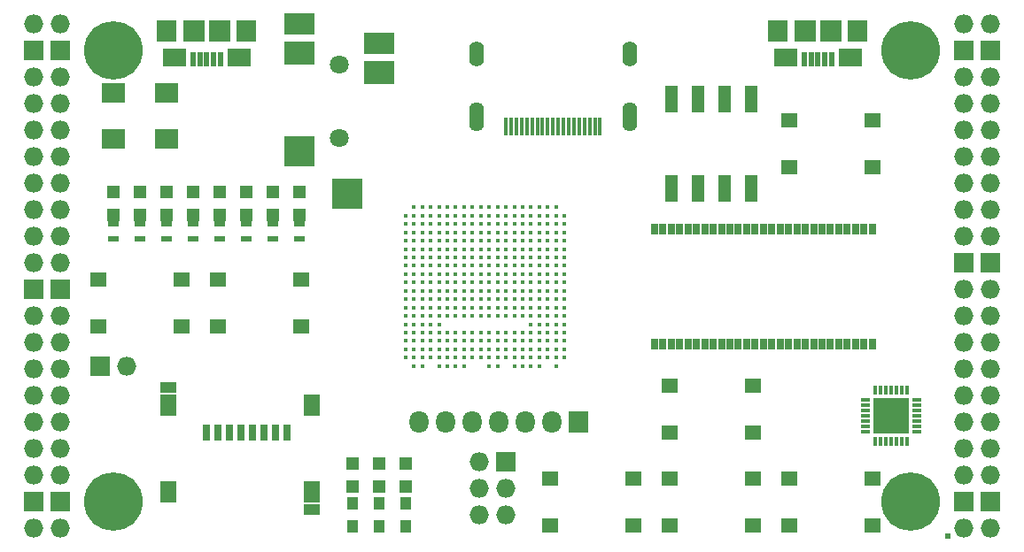
<source format=gts>
G04 #@! TF.FileFunction,Soldermask,Top*
%FSLAX46Y46*%
G04 Gerber Fmt 4.6, Leading zero omitted, Abs format (unit mm)*
G04 Created by KiCad (PCBNEW 4.0.7+dfsg1-1) date Fri Feb  2 20:30:48 2018*
%MOMM*%
%LPD*%
G01*
G04 APERTURE LIST*
%ADD10C,0.100000*%
%ADD11O,1.827200X1.827200*%
%ADD12R,1.827200X1.827200*%
%ADD13R,0.600000X0.600000*%
%ADD14C,5.600000*%
%ADD15R,1.000000X1.300000*%
%ADD16R,2.200000X1.700000*%
%ADD17R,2.000000X2.000000*%
%ADD18R,0.500000X1.450000*%
%ADD19R,1.900000X2.000000*%
%ADD20O,0.950000X0.400000*%
%ADD21O,0.400000X0.950000*%
%ADD22R,1.775000X1.775000*%
%ADD23R,1.827200X2.132000*%
%ADD24O,1.827200X2.132000*%
%ADD25R,1.650000X1.400000*%
%ADD26R,1.220000X2.540000*%
%ADD27C,0.430000*%
%ADD28R,1.300000X1.300000*%
%ADD29R,2.900000X2.100000*%
%ADD30R,2.900000X2.300000*%
%ADD31R,2.900000X2.900000*%
%ADD32C,1.800000*%
%ADD33O,1.400000X2.800000*%
%ADD34O,1.400000X2.400000*%
%ADD35R,0.350000X1.700000*%
%ADD36R,0.800000X1.600000*%
%ADD37R,1.550000X1.000000*%
%ADD38R,1.550000X2.100000*%
%ADD39R,2.300000X1.900000*%
%ADD40R,0.660000X1.000000*%
%ADD41R,1.000000X0.600000*%
G04 APERTURE END LIST*
D10*
D11*
X97910000Y-62690000D03*
X95370000Y-62690000D03*
D12*
X97910000Y-65230000D03*
X95370000Y-65230000D03*
D11*
X97910000Y-67770000D03*
X95370000Y-67770000D03*
X97910000Y-70310000D03*
X95370000Y-70310000D03*
X97910000Y-72850000D03*
X95370000Y-72850000D03*
X97910000Y-75390000D03*
X95370000Y-75390000D03*
X97910000Y-77930000D03*
X95370000Y-77930000D03*
X97910000Y-80470000D03*
X95370000Y-80470000D03*
X97910000Y-83010000D03*
X95370000Y-83010000D03*
X97910000Y-85550000D03*
X95370000Y-85550000D03*
D12*
X97910000Y-88090000D03*
X95370000Y-88090000D03*
D11*
X97910000Y-90630000D03*
X95370000Y-90630000D03*
X97910000Y-93170000D03*
X95370000Y-93170000D03*
X97910000Y-95710000D03*
X95370000Y-95710000D03*
X97910000Y-98250000D03*
X95370000Y-98250000D03*
X97910000Y-100790000D03*
X95370000Y-100790000D03*
X97910000Y-103330000D03*
X95370000Y-103330000D03*
X97910000Y-105870000D03*
X95370000Y-105870000D03*
D12*
X97910000Y-108410000D03*
X95370000Y-108410000D03*
D11*
X97910000Y-110950000D03*
X95370000Y-110950000D03*
D13*
X182675150Y-111637626D03*
D11*
X184270000Y-110950000D03*
X186810000Y-110950000D03*
D12*
X184270000Y-108410000D03*
X186810000Y-108410000D03*
D11*
X184270000Y-105870000D03*
X186810000Y-105870000D03*
X184270000Y-103330000D03*
X186810000Y-103330000D03*
X184270000Y-100790000D03*
X186810000Y-100790000D03*
X184270000Y-98250000D03*
X186810000Y-98250000D03*
X184270000Y-95710000D03*
X186810000Y-95710000D03*
X184270000Y-93170000D03*
X186810000Y-93170000D03*
X184270000Y-90630000D03*
X186810000Y-90630000D03*
X184270000Y-88090000D03*
X186810000Y-88090000D03*
D12*
X184270000Y-85550000D03*
X186810000Y-85550000D03*
D11*
X184270000Y-83010000D03*
X186810000Y-83010000D03*
X184270000Y-80470000D03*
X186810000Y-80470000D03*
X184270000Y-77930000D03*
X186810000Y-77930000D03*
X184270000Y-75390000D03*
X186810000Y-75390000D03*
X184270000Y-72850000D03*
X186810000Y-72850000D03*
X184270000Y-70310000D03*
X186810000Y-70310000D03*
X184270000Y-67770000D03*
X186810000Y-67770000D03*
D12*
X184270000Y-65230000D03*
X186810000Y-65230000D03*
D11*
X184270000Y-62690000D03*
X186810000Y-62690000D03*
D14*
X102990000Y-108410000D03*
X179190000Y-108410000D03*
X179190000Y-65230000D03*
X102990000Y-65230000D03*
D12*
X101720000Y-95456000D03*
D11*
X104260000Y-95456000D03*
D15*
X128390000Y-108580000D03*
X128390000Y-110780000D03*
X130930000Y-110780000D03*
X130930000Y-108580000D03*
D16*
X114980000Y-65875000D03*
X108780000Y-65875000D03*
D17*
X113080000Y-63325000D03*
X110680000Y-63325000D03*
D18*
X113180000Y-66000000D03*
X112530000Y-66000000D03*
X111880000Y-66000000D03*
X111230000Y-66000000D03*
X110580000Y-66000000D03*
D19*
X115680000Y-63325000D03*
X108080000Y-63325000D03*
D16*
X173400000Y-65875000D03*
X167200000Y-65875000D03*
D17*
X171500000Y-63325000D03*
X169100000Y-63325000D03*
D18*
X171600000Y-66000000D03*
X170950000Y-66000000D03*
X170300000Y-66000000D03*
X169650000Y-66000000D03*
X169000000Y-66000000D03*
D19*
X174100000Y-63325000D03*
X166500000Y-63325000D03*
D12*
X140455000Y-104600000D03*
D11*
X137915000Y-104600000D03*
X140455000Y-107140000D03*
X137915000Y-107140000D03*
X140455000Y-109680000D03*
X137915000Y-109680000D03*
D20*
X179735000Y-101655000D03*
X179735000Y-101155000D03*
X179735000Y-100655000D03*
X179735000Y-100155000D03*
X179735000Y-99655000D03*
X179735000Y-99155000D03*
X179735000Y-98655000D03*
D21*
X178785000Y-97705000D03*
X178285000Y-97705000D03*
X177785000Y-97705000D03*
X177285000Y-97705000D03*
X176785000Y-97705000D03*
X176285000Y-97705000D03*
X175785000Y-97705000D03*
D20*
X174835000Y-98655000D03*
X174835000Y-99155000D03*
X174835000Y-99655000D03*
X174835000Y-100155000D03*
X174835000Y-100655000D03*
X174835000Y-101155000D03*
X174835000Y-101655000D03*
D21*
X175785000Y-102605000D03*
X176285000Y-102605000D03*
X176785000Y-102605000D03*
X177285000Y-102605000D03*
X177785000Y-102605000D03*
X178285000Y-102605000D03*
X178785000Y-102605000D03*
D22*
X176447500Y-99317500D03*
X176447500Y-100992500D03*
X178122500Y-99317500D03*
X178122500Y-100992500D03*
D23*
X147440000Y-100790000D03*
D24*
X144900000Y-100790000D03*
X142360000Y-100790000D03*
X139820000Y-100790000D03*
X137280000Y-100790000D03*
X134740000Y-100790000D03*
X132200000Y-100790000D03*
D25*
X175550000Y-71870000D03*
X175550000Y-76370000D03*
X167590000Y-76370000D03*
X167590000Y-71870000D03*
X101550000Y-91610000D03*
X101550000Y-87110000D03*
X109510000Y-87110000D03*
X109510000Y-91610000D03*
X112980000Y-91610000D03*
X112980000Y-87110000D03*
X120940000Y-87110000D03*
X120940000Y-91610000D03*
X156160000Y-101770000D03*
X156160000Y-97270000D03*
X164120000Y-97270000D03*
X164120000Y-101770000D03*
X164120000Y-106160000D03*
X164120000Y-110660000D03*
X156160000Y-110660000D03*
X156160000Y-106160000D03*
X152690000Y-106160000D03*
X152690000Y-110660000D03*
X144730000Y-110660000D03*
X144730000Y-106160000D03*
X175550000Y-106160000D03*
X175550000Y-110660000D03*
X167590000Y-110660000D03*
X167590000Y-106160000D03*
D26*
X156330000Y-78425000D03*
X163950000Y-69815000D03*
X158870000Y-78425000D03*
X161410000Y-69815000D03*
X161410000Y-78425000D03*
X158870000Y-69815000D03*
X163950000Y-78425000D03*
X156330000Y-69815000D03*
D27*
X131680000Y-80200000D03*
X132480000Y-80200000D03*
X133280000Y-80200000D03*
X134080000Y-80200000D03*
X134880000Y-80200000D03*
X135680000Y-80200000D03*
X136480000Y-80200000D03*
X137280000Y-80200000D03*
X138080000Y-80200000D03*
X138880000Y-80200000D03*
X139680000Y-80200000D03*
X140480000Y-80200000D03*
X141280000Y-80200000D03*
X142080000Y-80200000D03*
X142880000Y-80200000D03*
X143680000Y-80200000D03*
X144480000Y-80200000D03*
X145280000Y-80200000D03*
X130880000Y-81000000D03*
X131680000Y-81000000D03*
X132480000Y-81000000D03*
X133280000Y-81000000D03*
X134080000Y-81000000D03*
X134880000Y-81000000D03*
X135680000Y-81000000D03*
X136480000Y-81000000D03*
X137280000Y-81000000D03*
X138080000Y-81000000D03*
X138880000Y-81000000D03*
X139680000Y-81000000D03*
X140480000Y-81000000D03*
X141280000Y-81000000D03*
X142080000Y-81000000D03*
X142880000Y-81000000D03*
X143680000Y-81000000D03*
X144480000Y-81000000D03*
X145280000Y-81000000D03*
X146080000Y-81000000D03*
X130880000Y-81800000D03*
X131680000Y-81800000D03*
X132480000Y-81800000D03*
X133280000Y-81800000D03*
X134080000Y-81800000D03*
X134880000Y-81800000D03*
X135680000Y-81800000D03*
X136480000Y-81800000D03*
X137280000Y-81800000D03*
X138080000Y-81800000D03*
X138880000Y-81800000D03*
X139680000Y-81800000D03*
X140480000Y-81800000D03*
X141280000Y-81800000D03*
X142080000Y-81800000D03*
X142880000Y-81800000D03*
X143680000Y-81800000D03*
X144480000Y-81800000D03*
X145280000Y-81800000D03*
X146080000Y-81800000D03*
X130880000Y-82600000D03*
X131680000Y-82600000D03*
X132480000Y-82600000D03*
X133280000Y-82600000D03*
X134080000Y-82600000D03*
X134880000Y-82600000D03*
X135680000Y-82600000D03*
X136480000Y-82600000D03*
X137280000Y-82600000D03*
X138080000Y-82600000D03*
X138880000Y-82600000D03*
X139680000Y-82600000D03*
X140480000Y-82600000D03*
X141280000Y-82600000D03*
X142080000Y-82600000D03*
X142880000Y-82600000D03*
X143680000Y-82600000D03*
X144480000Y-82600000D03*
X145280000Y-82600000D03*
X146080000Y-82600000D03*
X130880000Y-83400000D03*
X131680000Y-83400000D03*
X132480000Y-83400000D03*
X133280000Y-83400000D03*
X134080000Y-83400000D03*
X134880000Y-83400000D03*
X135680000Y-83400000D03*
X136480000Y-83400000D03*
X137280000Y-83400000D03*
X138080000Y-83400000D03*
X138880000Y-83400000D03*
X139680000Y-83400000D03*
X140480000Y-83400000D03*
X141280000Y-83400000D03*
X142080000Y-83400000D03*
X142880000Y-83400000D03*
X143680000Y-83400000D03*
X144480000Y-83400000D03*
X145280000Y-83400000D03*
X146080000Y-83400000D03*
X130880000Y-84200000D03*
X131680000Y-84200000D03*
X132480000Y-84200000D03*
X133280000Y-84200000D03*
X134080000Y-84200000D03*
X134880000Y-84200000D03*
X135680000Y-84200000D03*
X136480000Y-84200000D03*
X137280000Y-84200000D03*
X138080000Y-84200000D03*
X138880000Y-84200000D03*
X139680000Y-84200000D03*
X140480000Y-84200000D03*
X141280000Y-84200000D03*
X142080000Y-84200000D03*
X142880000Y-84200000D03*
X143680000Y-84200000D03*
X144480000Y-84200000D03*
X145280000Y-84200000D03*
X146080000Y-84200000D03*
X130880000Y-85000000D03*
X131680000Y-85000000D03*
X132480000Y-85000000D03*
X133280000Y-85000000D03*
X134080000Y-85000000D03*
X134880000Y-85000000D03*
X135680000Y-85000000D03*
X136480000Y-85000000D03*
X137280000Y-85000000D03*
X138080000Y-85000000D03*
X138880000Y-85000000D03*
X139680000Y-85000000D03*
X140480000Y-85000000D03*
X141280000Y-85000000D03*
X142080000Y-85000000D03*
X142880000Y-85000000D03*
X143680000Y-85000000D03*
X144480000Y-85000000D03*
X145280000Y-85000000D03*
X146080000Y-85000000D03*
X130880000Y-85800000D03*
X131680000Y-85800000D03*
X132480000Y-85800000D03*
X133280000Y-85800000D03*
X134080000Y-85800000D03*
X134880000Y-85800000D03*
X135680000Y-85800000D03*
X136480000Y-85800000D03*
X137280000Y-85800000D03*
X138080000Y-85800000D03*
X138880000Y-85800000D03*
X139680000Y-85800000D03*
X140480000Y-85800000D03*
X141280000Y-85800000D03*
X142080000Y-85800000D03*
X142880000Y-85800000D03*
X143680000Y-85800000D03*
X144480000Y-85800000D03*
X145280000Y-85800000D03*
X146080000Y-85800000D03*
X130880000Y-86600000D03*
X131680000Y-86600000D03*
X132480000Y-86600000D03*
X133280000Y-86600000D03*
X134080000Y-86600000D03*
X134880000Y-86600000D03*
X135680000Y-86600000D03*
X136480000Y-86600000D03*
X137280000Y-86600000D03*
X138080000Y-86600000D03*
X138880000Y-86600000D03*
X139680000Y-86600000D03*
X140480000Y-86600000D03*
X141280000Y-86600000D03*
X142080000Y-86600000D03*
X142880000Y-86600000D03*
X143680000Y-86600000D03*
X144480000Y-86600000D03*
X145280000Y-86600000D03*
X146080000Y-86600000D03*
X130880000Y-87400000D03*
X131680000Y-87400000D03*
X132480000Y-87400000D03*
X133280000Y-87400000D03*
X134080000Y-87400000D03*
X134880000Y-87400000D03*
X135680000Y-87400000D03*
X136480000Y-87400000D03*
X137280000Y-87400000D03*
X138080000Y-87400000D03*
X138880000Y-87400000D03*
X139680000Y-87400000D03*
X140480000Y-87400000D03*
X141280000Y-87400000D03*
X142080000Y-87400000D03*
X142880000Y-87400000D03*
X143680000Y-87400000D03*
X144480000Y-87400000D03*
X145280000Y-87400000D03*
X146080000Y-87400000D03*
X130880000Y-88200000D03*
X131680000Y-88200000D03*
X132480000Y-88200000D03*
X133280000Y-88200000D03*
X134080000Y-88200000D03*
X134880000Y-88200000D03*
X135680000Y-88200000D03*
X136480000Y-88200000D03*
X137280000Y-88200000D03*
X138080000Y-88200000D03*
X138880000Y-88200000D03*
X139680000Y-88200000D03*
X140480000Y-88200000D03*
X141280000Y-88200000D03*
X142080000Y-88200000D03*
X142880000Y-88200000D03*
X143680000Y-88200000D03*
X144480000Y-88200000D03*
X145280000Y-88200000D03*
X146080000Y-88200000D03*
X130880000Y-89000000D03*
X131680000Y-89000000D03*
X132480000Y-89000000D03*
X133280000Y-89000000D03*
X134080000Y-89000000D03*
X134880000Y-89000000D03*
X135680000Y-89000000D03*
X136480000Y-89000000D03*
X137280000Y-89000000D03*
X138080000Y-89000000D03*
X138880000Y-89000000D03*
X139680000Y-89000000D03*
X140480000Y-89000000D03*
X141280000Y-89000000D03*
X142080000Y-89000000D03*
X142880000Y-89000000D03*
X143680000Y-89000000D03*
X144480000Y-89000000D03*
X145280000Y-89000000D03*
X146080000Y-89000000D03*
X130880000Y-89800000D03*
X131680000Y-89800000D03*
X132480000Y-89800000D03*
X133280000Y-89800000D03*
X134080000Y-89800000D03*
X134880000Y-89800000D03*
X135680000Y-89800000D03*
X136480000Y-89800000D03*
X137280000Y-89800000D03*
X138080000Y-89800000D03*
X138880000Y-89800000D03*
X139680000Y-89800000D03*
X140480000Y-89800000D03*
X141280000Y-89800000D03*
X142080000Y-89800000D03*
X142880000Y-89800000D03*
X143680000Y-89800000D03*
X144480000Y-89800000D03*
X145280000Y-89800000D03*
X146080000Y-89800000D03*
X130880000Y-90600000D03*
X131680000Y-90600000D03*
X132480000Y-90600000D03*
X133280000Y-90600000D03*
X134080000Y-90600000D03*
X134880000Y-90600000D03*
X135680000Y-90600000D03*
X136480000Y-90600000D03*
X137280000Y-90600000D03*
X138080000Y-90600000D03*
X138880000Y-90600000D03*
X139680000Y-90600000D03*
X140480000Y-90600000D03*
X141280000Y-90600000D03*
X142080000Y-90600000D03*
X142880000Y-90600000D03*
X143680000Y-90600000D03*
X144480000Y-90600000D03*
X145280000Y-90600000D03*
X146080000Y-90600000D03*
X130880000Y-91400000D03*
X131680000Y-91400000D03*
X132480000Y-91400000D03*
X133280000Y-91400000D03*
X134080000Y-91400000D03*
X142880000Y-91400000D03*
X143680000Y-91400000D03*
X144480000Y-91400000D03*
X145280000Y-91400000D03*
X146080000Y-91400000D03*
X130880000Y-92200000D03*
X131680000Y-92200000D03*
X132480000Y-92200000D03*
X133280000Y-92200000D03*
X134080000Y-92200000D03*
X134880000Y-92200000D03*
X135680000Y-92200000D03*
X136480000Y-92200000D03*
X137280000Y-92200000D03*
X138080000Y-92200000D03*
X138880000Y-92200000D03*
X139680000Y-92200000D03*
X140480000Y-92200000D03*
X141280000Y-92200000D03*
X142080000Y-92200000D03*
X142880000Y-92200000D03*
X143680000Y-92200000D03*
X144480000Y-92200000D03*
X145280000Y-92200000D03*
X146080000Y-92200000D03*
X130880000Y-93000000D03*
X131680000Y-93000000D03*
X132480000Y-93000000D03*
X133280000Y-93000000D03*
X134080000Y-93000000D03*
X134880000Y-93000000D03*
X135680000Y-93000000D03*
X136480000Y-93000000D03*
X137280000Y-93000000D03*
X138080000Y-93000000D03*
X138880000Y-93000000D03*
X139680000Y-93000000D03*
X140480000Y-93000000D03*
X141280000Y-93000000D03*
X142080000Y-93000000D03*
X142880000Y-93000000D03*
X143680000Y-93000000D03*
X144480000Y-93000000D03*
X145280000Y-93000000D03*
X146080000Y-93000000D03*
X130880000Y-93800000D03*
X131680000Y-93800000D03*
X132480000Y-93800000D03*
X133280000Y-93800000D03*
X134080000Y-93800000D03*
X134880000Y-93800000D03*
X135680000Y-93800000D03*
X136480000Y-93800000D03*
X137280000Y-93800000D03*
X138080000Y-93800000D03*
X138880000Y-93800000D03*
X139680000Y-93800000D03*
X140480000Y-93800000D03*
X141280000Y-93800000D03*
X142080000Y-93800000D03*
X142880000Y-93800000D03*
X143680000Y-93800000D03*
X144480000Y-93800000D03*
X145280000Y-93800000D03*
X146080000Y-93800000D03*
X130880000Y-94600000D03*
X131680000Y-94600000D03*
X132480000Y-94600000D03*
X133280000Y-94600000D03*
X134080000Y-94600000D03*
X134880000Y-94600000D03*
X135680000Y-94600000D03*
X136480000Y-94600000D03*
X137280000Y-94600000D03*
X138080000Y-94600000D03*
X138880000Y-94600000D03*
X139680000Y-94600000D03*
X140480000Y-94600000D03*
X141280000Y-94600000D03*
X142080000Y-94600000D03*
X142880000Y-94600000D03*
X143680000Y-94600000D03*
X144480000Y-94600000D03*
X145280000Y-94600000D03*
X146080000Y-94600000D03*
X131680000Y-95400000D03*
X132480000Y-95400000D03*
X134080000Y-95400000D03*
X134880000Y-95400000D03*
X135680000Y-95400000D03*
X136480000Y-95400000D03*
X138880000Y-95400000D03*
X139680000Y-95400000D03*
X141280000Y-95400000D03*
X142080000Y-95400000D03*
X142880000Y-95400000D03*
X143680000Y-95400000D03*
X145280000Y-95400000D03*
D28*
X125850000Y-104770000D03*
X125850000Y-106970000D03*
D15*
X125850000Y-108580000D03*
X125850000Y-110780000D03*
D28*
X128390000Y-104770000D03*
X128390000Y-106970000D03*
X120770000Y-80935000D03*
X120770000Y-78735000D03*
X118230000Y-80935000D03*
X118230000Y-78735000D03*
X115690000Y-80935000D03*
X115690000Y-78735000D03*
X113150000Y-80935000D03*
X113150000Y-78735000D03*
X110610000Y-80935000D03*
X110610000Y-78735000D03*
X108070000Y-80935000D03*
X108070000Y-78735000D03*
X105530000Y-80935000D03*
X105530000Y-78735000D03*
X102990000Y-80935000D03*
X102990000Y-78735000D03*
X130930000Y-104770000D03*
X130930000Y-106970000D03*
D29*
X120780000Y-62648000D03*
D30*
X120780000Y-65448000D03*
D31*
X120780000Y-74848000D03*
X125330000Y-78948000D03*
D30*
X128380000Y-67348000D03*
D29*
X128380000Y-64548000D03*
D32*
X124580000Y-66548000D03*
X124580000Y-73548000D03*
D33*
X152280000Y-71550000D03*
X137680000Y-71550000D03*
D34*
X137680000Y-65500000D03*
D35*
X140480000Y-72500000D03*
X140980000Y-72500000D03*
X141480000Y-72500000D03*
X141980000Y-72500000D03*
X142480000Y-72500000D03*
X142980000Y-72500000D03*
X143480000Y-72500000D03*
X143980000Y-72500000D03*
X144480000Y-72500000D03*
X144980000Y-72500000D03*
X145480000Y-72500000D03*
X145980000Y-72500000D03*
X146480000Y-72500000D03*
X146980000Y-72500000D03*
X147480000Y-72500000D03*
X147980000Y-72500000D03*
X148480000Y-72500000D03*
X148980000Y-72500000D03*
X149480000Y-72500000D03*
D34*
X152280000Y-65500000D03*
D36*
X111850000Y-101750000D03*
X112950000Y-101750000D03*
X114050000Y-101750000D03*
X115150000Y-101750000D03*
X116250000Y-101750000D03*
X117350000Y-101750000D03*
X118450000Y-101750000D03*
X119550000Y-101750000D03*
D37*
X108175000Y-97450000D03*
X121925000Y-109150000D03*
D38*
X121925000Y-99150000D03*
X108175000Y-99150000D03*
X108175000Y-107450000D03*
X121925000Y-107450000D03*
D39*
X108040000Y-69220000D03*
X102960000Y-69220000D03*
X102960000Y-73620000D03*
X108040000Y-73620000D03*
D40*
X175493000Y-82270000D03*
X154693000Y-93330000D03*
X155493000Y-93330000D03*
X156293000Y-93330000D03*
X157093000Y-93330000D03*
X157893000Y-93330000D03*
X158693000Y-93330000D03*
X159493000Y-93330000D03*
X160293000Y-93330000D03*
X161093000Y-93330000D03*
X161893000Y-93330000D03*
X162693000Y-93330000D03*
X163493000Y-93330000D03*
X164293000Y-93330000D03*
X165093000Y-93330000D03*
X165893000Y-93330000D03*
X166693000Y-93330000D03*
X167493000Y-93330000D03*
X168293000Y-93330000D03*
X169093000Y-93330000D03*
X169893000Y-93330000D03*
X170693000Y-93330000D03*
X171493000Y-93330000D03*
X172293000Y-93330000D03*
X173093000Y-93330000D03*
X173893000Y-93330000D03*
X174693000Y-93330000D03*
X175493000Y-93330000D03*
X174693000Y-82270000D03*
X173893000Y-82270000D03*
X173093000Y-82270000D03*
X172293000Y-82270000D03*
X171493000Y-82270000D03*
X170693000Y-82270000D03*
X169893000Y-82270000D03*
X169093000Y-82270000D03*
X168293000Y-82270000D03*
X167493000Y-82270000D03*
X166693000Y-82270000D03*
X165893000Y-82270000D03*
X165093000Y-82270000D03*
X164293000Y-82270000D03*
X163493000Y-82270000D03*
X162693000Y-82270000D03*
X161893000Y-82270000D03*
X161093000Y-82270000D03*
X160293000Y-82270000D03*
X159493000Y-82270000D03*
X158693000Y-82270000D03*
X157893000Y-82270000D03*
X157093000Y-82270000D03*
X156293000Y-82270000D03*
X155493000Y-82270000D03*
X154693000Y-82270000D03*
D41*
X120770000Y-83252000D03*
X120770000Y-81752000D03*
X118230000Y-83252000D03*
X118230000Y-81752000D03*
X115690000Y-83252000D03*
X115690000Y-81752000D03*
X113150000Y-83252000D03*
X113150000Y-81752000D03*
X110610000Y-83252000D03*
X110610000Y-81752000D03*
X108070000Y-83252000D03*
X108070000Y-81752000D03*
X105530000Y-83252000D03*
X105530000Y-81752000D03*
X102990000Y-83252000D03*
X102990000Y-81752000D03*
M02*

</source>
